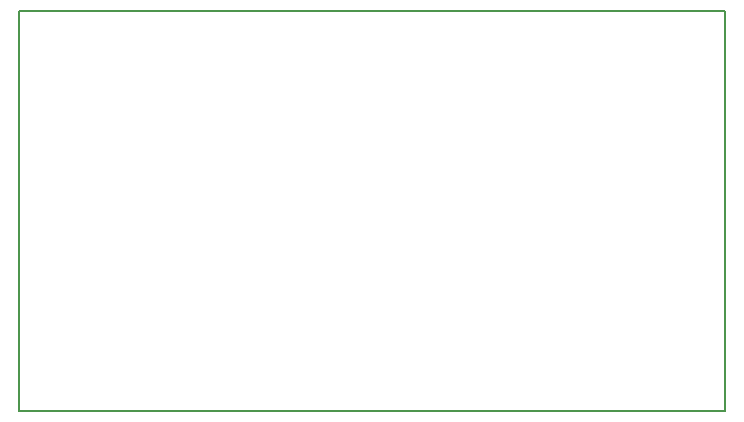
<source format=gm1>
G04 MADE WITH FRITZING*
G04 WWW.FRITZING.ORG*
G04 DOUBLE SIDED*
G04 HOLES PLATED*
G04 CONTOUR ON CENTER OF CONTOUR VECTOR*
%ASAXBY*%
%FSLAX23Y23*%
%MOIN*%
%OFA0B0*%
%SFA1.0B1.0*%
%ADD10R,2.362200X1.338580*%
%ADD11C,0.008000*%
%ADD10C,0.008*%
%LNCONTOUR*%
G90*
G70*
G54D10*
G54D11*
X4Y1335D02*
X2358Y1335D01*
X2358Y4D01*
X4Y4D01*
X4Y1335D01*
D02*
G04 End of contour*
M02*
</source>
